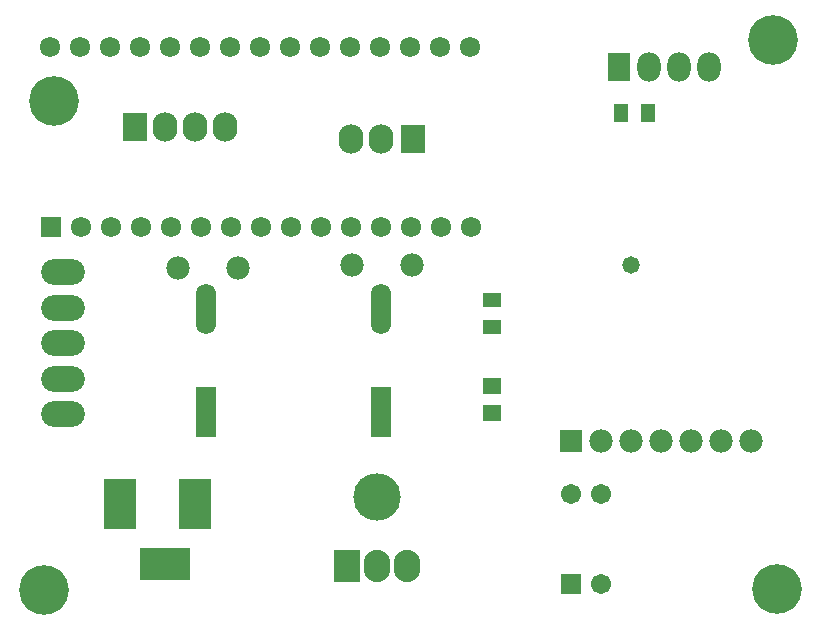
<source format=gts>
G04*
G04 #@! TF.GenerationSoftware,Altium Limited,Altium Designer,21.0.8 (223)*
G04*
G04 Layer_Color=8388736*
%FSTAX24Y24*%
%MOIN*%
G70*
G04*
G04 #@! TF.SameCoordinates,D6642B81-7170-4B7A-B2B3-623539A33ABF*
G04*
G04*
G04 #@! TF.FilePolarity,Negative*
G04*
G01*
G75*
%ADD28O,0.0780X0.0980*%
%ADD29R,0.0780X0.0980*%
%ADD30R,0.0474X0.0630*%
%ADD31R,0.0630X0.0474*%
%ADD32R,0.0630X0.0580*%
%ADD33R,0.0671X0.1680*%
%ADD34O,0.0671X0.1680*%
%ADD35R,0.0780X0.0780*%
%ADD36C,0.0780*%
%ADD37R,0.0830X0.0980*%
%ADD38O,0.0830X0.0980*%
%ADD39C,0.0678*%
%ADD40R,0.0678X0.0678*%
%ADD41C,0.0671*%
%ADD42R,0.0671X0.0671*%
%ADD43C,0.1580*%
%ADD44O,0.0880X0.1080*%
%ADD45R,0.0880X0.1080*%
%ADD46R,0.1680X0.1080*%
%ADD47R,0.1080X0.1680*%
%ADD48O,0.1458X0.0867*%
%ADD49C,0.1655*%
%ADD50C,0.0580*%
D28*
X034948Y048061D02*
D03*
X035948D02*
D03*
X036948D02*
D03*
D29*
X033948D02*
D03*
D30*
X034041Y046526D02*
D03*
X034941D02*
D03*
D31*
X029727Y039383D02*
D03*
Y040283D02*
D03*
D32*
Y037426D02*
D03*
Y036526D02*
D03*
D33*
X026026Y036547D02*
D03*
X0202D02*
D03*
D34*
X026026Y039997D02*
D03*
X0202D02*
D03*
D35*
X032357Y035581D02*
D03*
D36*
X038357D02*
D03*
X037357D02*
D03*
X036357D02*
D03*
X035357D02*
D03*
X033357D02*
D03*
X034357D02*
D03*
X02505Y041447D02*
D03*
X02705D02*
D03*
X021263Y041368D02*
D03*
X019263D02*
D03*
D37*
X027089Y045659D02*
D03*
X017822Y046053D02*
D03*
D38*
X026039Y045659D02*
D03*
X025039D02*
D03*
X018822Y046053D02*
D03*
X019822D02*
D03*
X020822D02*
D03*
D39*
X019979Y04873D02*
D03*
X020979D02*
D03*
X022979D02*
D03*
X023979D02*
D03*
X024979D02*
D03*
X025979D02*
D03*
X026979D02*
D03*
X027979D02*
D03*
X028979D02*
D03*
X021979D02*
D03*
X018979D02*
D03*
X017979D02*
D03*
X016979D02*
D03*
X015979D02*
D03*
X014979D02*
D03*
X016029Y04273D02*
D03*
X017029D02*
D03*
X018029D02*
D03*
X019029D02*
D03*
X022029D02*
D03*
X029029D02*
D03*
X028029D02*
D03*
X027029D02*
D03*
X026029D02*
D03*
X025029D02*
D03*
X024029D02*
D03*
X023029D02*
D03*
X021029D02*
D03*
X020029D02*
D03*
D40*
X015029D02*
D03*
D41*
X033349Y030817D02*
D03*
X032349Y033817D02*
D03*
X033349D02*
D03*
D42*
X032349Y030817D02*
D03*
D43*
X025908Y03373D02*
D03*
D44*
X026908Y03143D02*
D03*
X025908D02*
D03*
D45*
X024908D02*
D03*
D46*
X018826Y031494D02*
D03*
D47*
X017326Y033494D02*
D03*
X019826D02*
D03*
D48*
X015436Y036486D02*
D03*
Y037667D02*
D03*
Y038848D02*
D03*
Y04003D02*
D03*
Y041211D02*
D03*
D49*
X039215Y030659D02*
D03*
X014806Y03062D02*
D03*
X039097Y048967D02*
D03*
X015121Y046919D02*
D03*
D50*
X034373Y041447D02*
D03*
M02*

</source>
